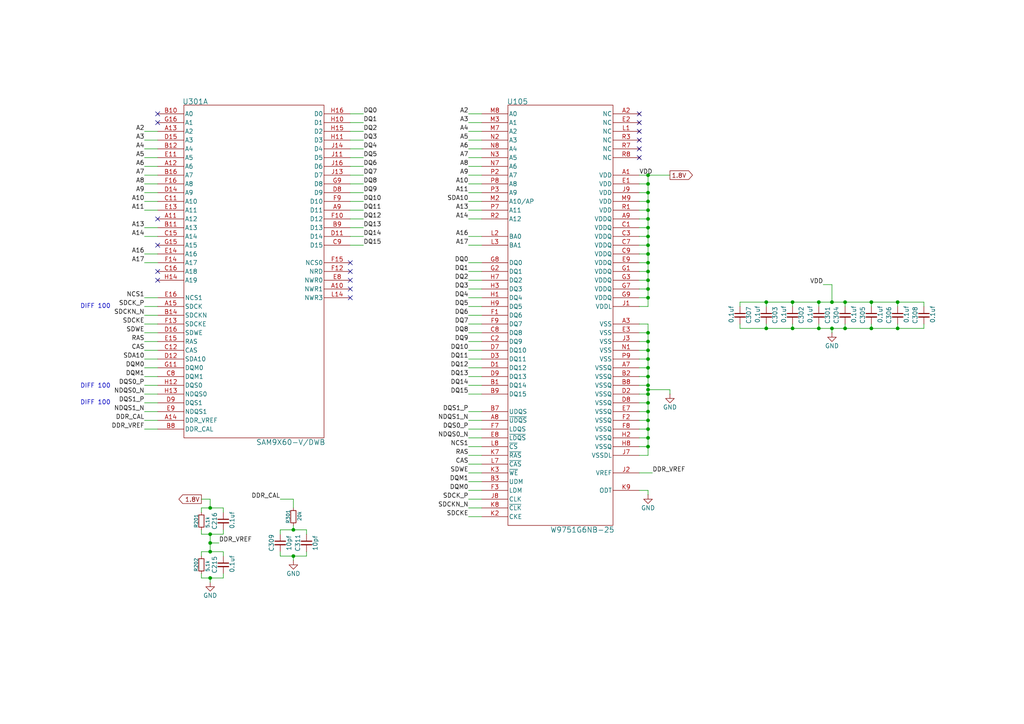
<source format=kicad_sch>
(kicad_sch (version 20250114) (generator "eeschema") (generator_version "9.0")
  (paper "A4")
  (lib_symbols
    (symbol "Device:C_Small" (pin_numbers (hide yes)) (pin_names (offset 0.254) (hide yes))
      (property "Reference" "C" (at 0.254 1.778 0))
      (property "Value" "C_Small" (at 0.254 -2.032 0))
      (symbol "C_Small_0_1"
        (polyline (pts (xy -1.524 0.508) (xy 1.524 0.508)) (stroke (width 0.3048)))
        (polyline (pts (xy -1.524 -0.508) (xy 1.524 -0.508)) (stroke (width 0.3302)))
      )
      (symbol "C_Small_1_1"
        (pin passive line (at 0 2.54 270) (length 2.032) (name "~") (number "1"))
        (pin passive line (at 0 -2.54 90) (length 2.032) (name "~") (number "2"))
      )
    )
    (symbol "Device:R_Small" (pin_numbers (hide yes)) (pin_names (offset 0.254) (hide yes))
      (property "Reference" "R" (at 0 0 90))
      (property "Value" "R_Small" (at 1.778 0 90))
      (symbol "R_Small_0_1"
        (rectangle (start -0.762 1.778) (end 0.762 -1.778) (stroke (width 0.2032)))
      )
      (symbol "R_Small_1_1"
        (pin passive line (at 0 2.54 270) (length 0.762) (name "~") (number "1"))
        (pin passive line (at 0 -2.54 90) (length 0.762) (name "~") (number "2"))
      )
    )
    (symbol "SAM9X60-VDWB:SAM9X60-V_DWB" (pin_names (offset 0.254))
      (property "Reference" "U" (at 8.128 8.636 0))
      (property "Value" "SAM9X60-V/DWB" (at 23.368 -113.03 0))
      (symbol "SAM9X60-V_DWB_1_1"
        (rectangle (start 7.62 7.62) (end 48.26 -88.9))
        (pin bidirectional line (at 0 5.08 0) (length 7.62) (name "A0") (number "B10"))
        (pin bidirectional line (at 0 2.54 0) (length 7.62) (name "A1") (number "G16"))
        (pin bidirectional line (at 0 0 0) (length 7.62) (name "A2") (number "A13"))
        (pin bidirectional line (at 0 -2.54 0) (length 7.62) (name "A3") (number "D15"))
        (pin bidirectional line (at 0 -5.08 0) (length 7.62) (name "A4") (number "B12"))
        (pin bidirectional line (at 0 -7.62 0) (length 7.62) (name "A5") (number "E11"))
        (pin bidirectional line (at 0 -10.16 0) (length 7.62) (name "A6") (number "A12"))
        (pin bidirectional line (at 0 -12.7 0) (length 7.62) (name "A7") (number "B16"))
        (pin bidirectional line (at 0 -15.24 0) (length 7.62) (name "A8") (number "F16"))
        (pin bidirectional line (at 0 -17.78 0) (length 7.62) (name "A9") (number "D14"))
        (pin bidirectional line (at 0 -20.32 0) (length 7.62) (name "A10") (number "C11"))
        (pin bidirectional line (at 0 -22.86 0) (length 7.62) (name "A11") (number "E13"))
        (pin bidirectional line (at 0 -25.4 0) (length 7.62) (name "A12") (number "A11"))
        (pin bidirectional line (at 0 -27.94 0) (length 7.62) (name "A13") (number "B11"))
        (pin bidirectional line (at 0 -30.48 0) (length 7.62) (name "A14") (number "C15"))
        (pin bidirectional line (at 0 -33.02 0) (length 7.62) (name "A15") (number "G15"))
        (pin bidirectional line (at 0 -35.56 0) (length 7.62) (name "A16") (number "E14"))
        (pin bidirectional line (at 0 -38.1 0) (length 7.62) (name "A17") (number "F14"))
        (pin unspecified line (at 0 -40.64 0) (length 7.62) (name "A18") (number "C16"))
        (pin bidirectional line (at 0 -43.18 0) (length 7.62) (name "A19") (number "H14"))
        (pin unspecified line (at 0 -48.26 0) (length 7.62) (name "NCS1") (number "E16"))
        (pin unspecified line (at 0 -50.8 0) (length 7.62) (name "SDCK") (number "A15"))
        (pin unspecified line (at 0 -53.34 0) (length 7.62) (name "SDCKN") (number "B14"))
        (pin unspecified line (at 0 -55.88 0) (length 7.62) (name "SDCKE") (number "F13"))
        (pin unspecified line (at 0 -58.42 0) (length 7.62) (name "SDWE") (number "D16"))
        (pin unspecified line (at 0 -60.96 0) (length 7.62) (name "RAS") (number "E15"))
        (pin bidirectional line (at 0 -63.5 0) (length 7.62) (name "CAS") (number "C12"))
        (pin bidirectional line (at 0 -66.04 0) (length 7.62) (name "SDA10") (number "D12"))
        (pin bidirectional line (at 0 -68.58 0) (length 7.62) (name "DQM0") (number "G11"))
        (pin bidirectional line (at 0 -71.12 0) (length 7.62) (name "DQM1") (number "C8"))
        (pin bidirectional line (at 0 -73.66 0) (length 7.62) (name "DQS0") (number "H12"))
        (pin bidirectional line (at 0 -76.2 0) (length 7.62) (name "NDQS0") (number "H13"))
        (pin bidirectional line (at 0 -78.74 0) (length 7.62) (name "DQS1") (number "D9"))
        (pin bidirectional line (at 0 -81.28 0) (length 7.62) (name "NDQS1") (number "E9"))
        (pin power_in line (at 0 -83.82 0) (length 7.62) (name "DDR_VREF") (number "A14"))
        (pin unspecified line (at 0 -86.36 0) (length 7.62) (name "DDR_CAL") (number "B8"))
        (pin bidirectional line (at 55.88 5.08 180) (length 7.62) (name "D0") (number "H16"))
        (pin bidirectional line (at 55.88 2.54 180) (length 7.62) (name "D1") (number "H10"))
        (pin bidirectional line (at 55.88 0 180) (length 7.62) (name "D2") (number "H15"))
        (pin bidirectional line (at 55.88 -2.54 180) (length 7.62) (name "D3") (number "H11"))
        (pin bidirectional line (at 55.88 -5.08 180) (length 7.62) (name "D4") (number "J14"))
        (pin bidirectional line (at 55.88 -7.62 180) (length 7.62) (name "D5") (number "J11"))
        (pin bidirectional line (at 55.88 -10.16 180) (length 7.62) (name "D6") (number "J16"))
        (pin bidirectional line (at 55.88 -12.7 180) (length 7.62) (name "D7") (number "J13"))
        (pin bidirectional line (at 55.88 -15.24 180) (length 7.62) (name "D8") (number "G9"))
        (pin unspecified line (at 55.88 -17.78 180) (length 7.62) (name "D9") (number "D8"))
        (pin bidirectional line (at 55.88 -20.32 180) (length 7.62) (name "D10") (number "F9"))
        (pin bidirectional line (at 55.88 -22.86 180) (length 7.62) (name "D11") (number "A9"))
        (pin bidirectional line (at 55.88 -25.4 180) (length 7.62) (name "D12") (number "F10"))
        (pin bidirectional line (at 55.88 -27.94 180) (length 7.62) (name "D13") (number "B9"))
        (pin bidirectional line (at 55.88 -30.48 180) (length 7.62) (name "D14") (number "D11"))
        (pin bidirectional line (at 55.88 -33.02 180) (length 7.62) (name "D15") (number "C9"))
        (pin unspecified line (at 55.88 -38.1 180) (length 7.62) (name "NCS0") (number "F15"))
        (pin unspecified line (at 55.88 -40.64 180) (length 7.62) (name "NRD") (number "F12"))
        (pin bidirectional line (at 55.88 -43.18 180) (length 7.62) (name "NWR0") (number "E8"))
        (pin bidirectional line (at 55.88 -45.72 180) (length 7.62) (name "NWR1") (number "A10"))
        (pin bidirectional line (at 55.88 -48.26 180) (length 7.62) (name "NWR3") (number "L14"))
      )
      (symbol "SAM9X60-V_DWB_2_1"
        (polyline (pts (xy 7.62 5.08) (xy 7.62 -78.74)) (stroke (width 0.127)))
        (polyline (pts (xy 7.62 -78.74) (xy 33.02 -78.74)) (stroke (width 0.127)))
        (polyline (pts (xy 33.02 5.08) (xy 7.62 5.08)) (stroke (width 0.127)))
        (polyline (pts (xy 33.02 -78.74) (xy 33.02 5.08)) (stroke (width 0.127)))
        (pin bidirectional line (at 0 0 0) (length 7.62) (name "PA16") (number "F7"))
        (pin bidirectional line (at 0 -2.54 0) (length 7.62) (name "PA16") (number "K2"))
        (pin bidirectional line (at 0 -7.62 0) (length 7.62) (name "PB0") (number "F4"))
        (pin bidirectional line (at 0 -10.16 0) (length 7.62) (name "PB1") (number "C1"))
        (pin bidirectional line (at 0 -12.7 0) (length 7.62) (name "PB2") (number "D3"))
        (pin bidirectional line (at 0 -15.24 0) (length 7.62) (name "PB3") (number "D1"))
        (pin bidirectional line (at 0 -17.78 0) (length 7.62) (name "PB4") (number "E3"))
        (pin bidirectional line (at 0 -20.32 0) (length 7.62) (name "PB5") (number "E1"))
        (pin bidirectional line (at 0 -22.86 0) (length 7.62) (name "PB6") (number "D2"))
        (pin bidirectional line (at 0 -25.4 0) (length 7.62) (name "PB7") (number "A5"))
        (pin bidirectional line (at 0 -27.94 0) (length 7.62) (name "PB8") (number "E6"))
        (pin bidirectional line (at 0 -30.48 0) (length 7.62) (name "PB9") (number "A2"))
        (pin bidirectional line (at 0 -33.02 0) (length 7.62) (name "PB10") (number "A3"))
        (pin bidirectional line (at 0 -35.56 0) (length 7.62) (name "PB11") (number "D6"))
        (pin bidirectional line (at 0 -38.1 0) (length 7.62) (name "PB12") (number "C2"))
        (pin bidirectional line (at 0 -40.64 0) (length 7.62) (name "PB13") (number "A4"))
        (pin bidirectional line (at 0 -43.18 0) (length 7.62) (name "PB14") (number "F2"))
        (pin bidirectional line (at 0 -45.72 0) (length 7.62) (name "PB15") (number "B5"))
        (pin bidirectional line (at 0 -48.26 0) (length 7.62) (name "PB16") (number "B3"))
        (pin bidirectional line (at 0 -50.8 0) (length 7.62) (name "PB17") (number "B1"))
        (pin bidirectional line (at 0 -53.34 0) (length 7.62) (name "PB18") (number "E4"))
        (pin bidirectional line (at 0 -55.88 0) (length 7.62) (name "PB19") (number "C6"))
        (pin bidirectional line (at 0 -58.42 0) (length 7.62) (name "PB20") (number "A6"))
        (pin bidirectional line (at 0 -60.96 0) (length 7.62) (name "PB21") (number "A7"))
        (pin bidirectional line (at 0 -63.5 0) (length 7.62) (name "PB22") (number "B7"))
        (pin bidirectional line (at 0 -66.04 0) (length 7.62) (name "PB23") (number "B6"))
        (pin bidirectional line (at 0 -68.58 0) (length 7.62) (name "PB24") (number "A8"))
        (pin bidirectional line (at 0 -71.12 0) (length 7.62) (name "PB25") (number "E2"))
        (pin bidirectional line (at 40.64 0 180) (length 7.62) (name "PA0") (number "P2"))
        (pin bidirectional line (at 40.64 -2.54 180) (length 7.62) (name "PA1") (number "M3"))
        (pin bidirectional line (at 40.64 -5.08 180) (length 7.62) (name "PA2") (number "P1"))
        (pin bidirectional line (at 40.64 -7.62 180) (length 7.62) (name "PA3") (number "L3"))
        (pin bidirectional line (at 40.64 -10.16 180) (length 7.62) (name "PA4") (number "N1"))
        (pin bidirectional line (at 40.64 -12.7 180) (length 7.62) (name "PA5") (number "L4"))
        (pin bidirectional line (at 40.64 -15.24 180) (length 7.62) (name "PA6") (number "M2"))
        (pin bidirectional line (at 40.64 -17.78 180) (length 7.62) (name "PA7") (number "K6"))
        (pin bidirectional line (at 40.64 -20.32 180) (length 7.62) (name "PA8") (number "M1"))
        (pin bidirectional line (at 40.64 -22.86 180) (length 7.62) (name "PA9") (number "G8"))
        (pin bidirectional line (at 40.64 -25.4 180) (length 7.62) (name "PA10") (number "L2"))
        (pin bidirectional line (at 40.64 -27.94 180) (length 7.62) (name "PA11") (number "H7"))
        (pin bidirectional line (at 40.64 -30.48 180) (length 7.62) (name "PA12") (number "L1"))
        (pin bidirectional line (at 40.64 -33.02 180) (length 7.62) (name "PA13") (number "J6"))
        (pin bidirectional line (at 40.64 -35.56 180) (length 7.62) (name "PA14") (number "K1"))
        (pin bidirectional line (at 40.64 -38.1 180) (length 7.62) (name "PA15") (number "H6"))
        (pin bidirectional line (at 40.64 -40.64 180) (length 7.62) (name "PA17") (number "J3"))
        (pin bidirectional line (at 40.64 -43.18 180) (length 7.62) (name "PA18") (number "J1"))
        (pin bidirectional line (at 40.64 -45.72 180) (length 7.62) (name "PA19") (number "J5"))
        (pin bidirectional line (at 40.64 -48.26 180) (length 7.62) (name "PA20") (number "J2"))
        (pin bidirectional line (at 40.64 -50.8 180) (length 7.62) (name "PA21") (number "G6"))
        (pin bidirectional line (at 40.64 -53.34 180) (length 7.62) (name "PA22") (number "G1"))
        (pin bidirectional line (at 40.64 -55.88 180) (length 7.62) (name "PA23") (number "J4"))
        (pin bidirectional line (at 40.64 -58.42 180) (length 7.62) (name "PA24") (number "F8"))
        (pin bidirectional line (at 40.64 -60.96 180) (length 7.62) (name "PA25") (number "H1"))
        (pin bidirectional line (at 40.64 -63.5 180) (length 7.62) (name "PA27") (number "H2"))
        (pin bidirectional line (at 40.64 -66.04 180) (length 7.62) (name "PA28") (number "F1"))
        (pin bidirectional line (at 40.64 -68.58 180) (length 7.62) (name "PA29") (number "H3"))
        (pin bidirectional line (at 40.64 -71.12 180) (length 7.62) (name "PA30") (number "G2"))
        (pin bidirectional line (at 40.64 -73.66 180) (length 7.62) (name "PA31") (number "H4"))
      )
      (symbol "SAM9X60-V_DWB_3_1"
        (polyline (pts (xy 7.62 5.08) (xy 7.62 -99.06)) (stroke (width 0.127)))
        (polyline (pts (xy 7.62 -99.06) (xy 33.02 -99.06)) (stroke (width 0.127)))
        (polyline (pts (xy 33.02 5.08) (xy 7.62 5.08)) (stroke (width 0.127)))
        (polyline (pts (xy 33.02 -99.06) (xy 33.02 5.08)) (stroke (width 0.127)))
        (pin bidirectional line (at 0 0 0) (length 7.62) (name "PD0") (number "R14"))
        (pin bidirectional line (at 0 -2.54 0) (length 7.62) (name "PD1") (number "T15"))
        (pin bidirectional line (at 0 -5.08 0) (length 7.62) (name "PD2") (number "P15"))
        (pin bidirectional line (at 0 -7.62 0) (length 7.62) (name "PD3") (number "N14"))
        (pin bidirectional line (at 0 -10.16 0) (length 7.62) (name "PD4") (number "R16"))
        (pin bidirectional line (at 0 -12.7 0) (length 7.62) (name "PD5") (number "N11"))
        (pin bidirectional line (at 0 -15.24 0) (length 7.62) (name "PD6") (number "K16"))
        (pin bidirectional line (at 0 -17.78 0) (length 7.62) (name "PD7") (number "J12"))
        (pin bidirectional line (at 0 -20.32 0) (length 7.62) (name "PD8") (number "K15"))
        (pin bidirectional line (at 0 -22.86 0) (length 7.62) (name "PD9") (number "J10"))
        (pin bidirectional line (at 0 -25.4 0) (length 7.62) (name "PD10") (number "L16"))
        (pin bidirectional line (at 0 -27.94 0) (length 7.62) (name "PD11") (number "K11"))
        (pin bidirectional line (at 0 -30.48 0) (length 7.62) (name "PD12") (number "L15"))
        (pin bidirectional line (at 0 -33.02 0) (length 7.62) (name "PD13") (number "J15"))
        (pin bidirectional line (at 0 -35.56 0) (length 7.62) (name "PD14") (number "L12"))
        (pin bidirectional line (at 0 -38.1 0) (length 7.62) (name "PD15") (number "M16"))
        (pin bidirectional line (at 0 -40.64 0) (length 7.62) (name "PD16") (number "M14"))
        (pin bidirectional line (at 0 -43.18 0) (length 7.62) (name "PD17") (number "N16"))
        (pin bidirectional line (at 0 -45.72 0) (length 7.62) (name "PD18") (number "L13"))
        (pin bidirectional line (at 0 -48.26 0) (length 7.62) (name "PD19") (number "P16"))
        (pin bidirectional line (at 0 -50.8 0) (length 7.62) (name "PD20") (number "M11"))
        (pin bidirectional line (at 0 -53.34 0) (length 7.62) (name "PD21") (number "M15"))
        (pin unspecified line (at 0 -55.88 0) (length 7.62) (name "RTCK") (number "T2"))
        (pin unspecified line (at 0 -58.42 0) (length 7.62) (name "RTUNE") (number "P11"))
        (pin unspecified line (at 0 -60.96 0) (length 7.62) (name "HSDPA") (number "T12"))
        (pin unspecified line (at 0 -63.5 0) (length 7.62) (name "HSDPB") (number "T13"))
        (pin unspecified line (at 0 -66.04 0) (length 7.62) (name "HSDPC") (number "P12"))
        (pin unspecified line (at 0 -68.58 0) (length 7.62) (name "JTAGSEL") (number "P9"))
        (pin power_out line (at 0 -71.12 0) (length 7.62) (name "TST") (number "J9"))
        (pin unspecified line (at 0 -73.66 0) (length 7.62) (name "SHDN") (number "R11"))
        (pin unspecified line (at 0 -76.2 0) (length 7.62) (name "TCK") (number "R3"))
        (pin unspecified line (at 0 -78.74 0) (length 7.62) (name "TDI") (number "F3"))
        (pin unspecified line (at 0 -81.28 0) (length 7.62) (name "TDO") (number "H5"))
        (pin unspecified line (at 0 -83.82 0) (length 7.62) (name "TMS") (number "F5"))
        (pin unspecified line (at 0 -86.36 0) (length 7.62) (name "WKUP0") (number "T11"))
        (pin input line (at 0 -88.9 0) (length 7.62) (name "XIN32") (number "T9"))
        (pin output line (at 0 -91.44 0) (length 7.62) (name "XOUT32") (number "R9"))
        (pin bidirectional line (at 40.64 0 180) (length 7.62) (name "PC0") (number "M4"))
        (pin bidirectional line (at 40.64 -2.54 180) (length 7.62) (name "PC1") (number "P4"))
        (pin bidirectional line (at 40.64 -5.08 180) (length 7.62) (name "PC2") (number "N5"))
        (pin bidirectional line (at 40.64 -7.62 180) (length 7.62) (name "PC3") (number "P5"))
        (pin bidirectional line (at 40.64 -10.16 180) (length 7.62) (name "PC4") (number "L5"))
        (pin bidirectional line (at 40.64 -12.7 180) (length 7.62) (name "PC5") (number "R4"))
        (pin bidirectional line (at 40.64 -15.24 180) (length 7.62) (name "PC6") (number "M6"))
        (pin bidirectional line (at 40.64 -17.78 180) (length 7.62) (name "PC7") (number "T3"))
        (pin bidirectional line (at 40.64 -20.32 180) (length 7.62) (name "PC8") (number "N8"))
        (pin bidirectional line (at 40.64 -22.86 180) (length 7.62) (name "PC9") (number "T4"))
        (pin bidirectional line (at 40.64 -25.4 180) (length 7.62) (name "PC10") (number "P6"))
        (pin bidirectional line (at 40.64 -27.94 180) (length 7.62) (name "PC11") (number "N6"))
        (pin bidirectional line (at 40.64 -30.48 180) (length 7.62) (name "PC12") (number "R5"))
        (pin bidirectional line (at 40.64 -33.02 180) (length 7.62) (name "PC13") (number "L7"))
        (pin bidirectional line (at 40.64 -35.56 180) (length 7.62) (name "PC14") (number "T5"))
        (pin bidirectional line (at 40.64 -38.1 180) (length 7.62) (name "PC15") (number "J7"))
        (pin bidirectional line (at 40.64 -40.64 180) (length 7.62) (name "PC16") (number "R6"))
        (pin bidirectional line (at 40.64 -43.18 180) (length 7.62) (name "PC17") (number "K8"))
        (pin bidirectional line (at 40.64 -45.72 180) (length 7.62) (name "PC18") (number "T6"))
        (pin bidirectional line (at 40.64 -48.26 180) (length 7.62) (name "PC19") (number "L8"))
        (pin bidirectional line (at 40.64 -50.8 180) (length 7.62) (name "PC20") (number "P8"))
        (pin bidirectional line (at 40.64 -53.34 180) (length 7.62) (name "PC21") (number "M8"))
        (pin bidirectional line (at 40.64 -55.88 180) (length 7.62) (name "PC22") (number "R7"))
        (pin bidirectional line (at 40.64 -58.42 180) (length 7.62) (name "PC23") (number "K9"))
        (pin bidirectional line (at 40.64 -60.96 180) (length 7.62) (name "PC24") (number "R8"))
        (pin bidirectional line (at 40.64 -63.5 180) (length 7.62) (name "PC25") (number "L9"))
        (pin bidirectional line (at 40.64 -66.04 180) (length 7.62) (name "PC26") (number "T8"))
        (pin bidirectional line (at 40.64 -68.58 180) (length 7.62) (name "PC27") (number "M9"))
        (pin bidirectional line (at 40.64 -71.12 180) (length 7.62) (name "PC28") (number "N9"))
        (pin bidirectional line (at 40.64 -73.66 180) (length 7.62) (name "PC29") (number "L10"))
        (pin bidirectional line (at 40.64 -76.2 180) (length 7.62) (name "PC30") (number "T7"))
        (pin bidirectional line (at 40.64 -78.74 180) (length 7.62) (name "PC31") (number "M13"))
        (pin unspecified line (at 40.64 -81.28 180) (length 7.62) (name "NRST") (number "R1"))
        (pin unspecified line (at 40.64 -83.82 180) (length 7.62) (name "HSDMA") (number "R12"))
        (pin unspecified line (at 40.64 -86.36 180) (length 7.62) (name "HSDMB") (number "T14"))
        (pin unspecified line (at 40.64 -88.9 180) (length 7.62) (name "HSDMC") (number "N12"))
        (pin output line (at 40.64 -91.44 180) (length 7.62) (name "XOUT") (number "T10"))
        (pin unspecified line (at 40.64 -93.98 180) (length 7.62) (name "XIN") (number "R10"))
      )
      (symbol "SAM9X60-V_DWB_4_1"
        (rectangle (start 7.62 5.08) (end 33.02 -111.76))
        (pin power_in line (at 0 0 0) (length 7.62) (name "VDDCORE") (number "F6"))
        (pin power_in line (at 0 -2.54 0) (length 7.62) (name "VDDCORE") (number "L6"))
        (pin power_in line (at 0 -5.08 0) (length 7.62) (name "VDDCORE") (number "F11"))
        (pin power_in line (at 0 -10.16 0) (length 7.62) (name "VDDIOM") (number "C10"))
        (pin bidirectional line (at 0 -12.7 0) (length 7.62) (name "VDDIOM") (number "C13"))
        (pin power_in line (at 0 -15.24 0) (length 7.62) (name "VDDIOM") (number "G14"))
        (pin power_in line (at 0 -20.32 0) (length 7.62) (name "VDDIOP0") (number "G3"))
        (pin power_in line (at 0 -22.86 0) (length 7.62) (name "VDDIOP0") (number "K3"))
        (pin power_in line (at 0 -25.4 0) (length 7.62) (name "VDDIOP1") (number "N3"))
        (pin power_in line (at 0 -27.94 0) (length 7.62) (name "VDDNF") (number "K14"))
        (pin power_in line (at 0 -30.48 0) (length 7.62) (name "VDDQSPI") (number "C7"))
        (pin power_in line (at 0 -33.02 0) (length 7.62) (name "VDDBU") (number "P7"))
        (pin power_in line (at 0 -38.1 0) (length 7.62) (name "VDDANA") (number "C4"))
        (pin power_in line (at 0 -40.64 0) (length 7.62) (name "ADVREFP") (number "D5"))
        (pin power_in line (at 0 -43.18 0) (length 7.62) (name "ADVREFN") (number "C5"))
        (pin power_out line (at 0 -45.72 0) (length 7.62) (name "GNDANA") (number "B4"))
        (pin input line (at 0 -50.8 0) (length 7.62) (name "VDDIN33") (number "L11"))
        (pin input line (at 0 -53.34 0) (length 7.62) (name "VDDIN33") (number "P13"))
        (pin input line (at 0 -55.88 0) (length 7.62) (name "GNDIN33") (number "M10"))
        (pin input line (at 0 -58.42 0) (length 7.62) (name "GNDIN33") (number "R13"))
        (pin output line (at 0 -63.5 0) (length 7.62) (name "VDDOUT25") (number "P10"))
        (pin power_out line (at 0 -68.58 0) (length 7.62) (name "GND") (number "A1"))
        (pin power_out line (at 0 -71.12 0) (length 7.62) (name "GND") (number "T1"))
        (pin power_out line (at 0 -73.66 0) (length 7.62) (name "GND") (number "N2"))
        (pin power_out line (at 0 -76.2 0) (length 7.62) (name "GND") (number "G5"))
        (pin power_out line (at 0 -78.74 0) (length 7.62) (name "GND") (number "K5"))
        (pin power_out line (at 0 -81.28 0) (length 7.62) (name "GND") (number "E7"))
        (pin power_out line (at 0 -83.82 0) (length 7.62) (name "GND") (number "M7"))
        (pin power_out line (at 0 -86.36 0) (length 7.62) (name "GND") (number "H8"))
        (pin power_out line (at 0 -88.9 0) (length 7.62) (name "GND") (number "J8"))
        (pin power_out line (at 0 -91.44 0) (length 7.62) (name "GND") (number "H9"))
        (pin power_out line (at 0 -93.98 0) (length 7.62) (name "GND") (number "E10"))
        (pin power_out line (at 0 -96.52 0) (length 7.62) (name "GND") (number "G12"))
        (pin power_out line (at 0 -99.06 0) (length 7.62) (name "GND") (number "K12"))
        (pin power_out line (at 0 -101.6 0) (length 7.62) (name "GND") (number "B13"))
        (pin power_out line (at 0 -104.14 0) (length 7.62) (name "GND") (number "N15"))
        (pin power_out line (at 0 -106.68 0) (length 7.62) (name "GND") (number "A16"))
        (pin power_out line (at 0 -109.22 0) (length 7.62) (name "GND") (number "T16"))
      )
    )
    (symbol "W9751G6NB-25:W9751G6NB-25" (pin_names (offset 0.254))
      (property "Reference" "U" (at 8.128 6.096 0))
      (property "Value" "W9751G6NB-25" (at 29.21 -118.364 0))
      (symbol "W9751G6NB-25_0_1"
        (pin bidirectional line (at 0 2.54 0) (length 7.62) (name "A0") (number "M8"))
        (pin bidirectional line (at 0 0 0) (length 7.62) (name "A1") (number "M3"))
        (pin bidirectional line (at 0 -2.54 0) (length 7.62) (name "A2") (number "M7"))
        (pin bidirectional line (at 0 -5.08 0) (length 7.62) (name "A3") (number "N2"))
        (pin bidirectional line (at 0 -7.62 0) (length 7.62) (name "A4") (number "N8"))
        (pin bidirectional line (at 0 -10.16 0) (length 7.62) (name "A5") (number "N3"))
        (pin bidirectional line (at 0 -12.7 0) (length 7.62) (name "A6") (number "N7"))
        (pin bidirectional line (at 0 -15.24 0) (length 7.62) (name "A7") (number "P2"))
        (pin bidirectional line (at 0 -17.78 0) (length 7.62) (name "A8") (number "P8"))
        (pin bidirectional line (at 0 -20.32 0) (length 7.62) (name "A9") (number "P3"))
        (pin bidirectional line (at 0 -22.86 0) (length 7.62) (name "A10/AP") (number "M2"))
        (pin bidirectional line (at 0 -25.4 0) (length 7.62) (name "A11") (number "P7"))
        (pin bidirectional line (at 0 -27.94 0) (length 7.62) (name "A12") (number "R2"))
        (pin bidirectional line (at 0 -33.02 0) (length 7.62) (name "BA0") (number "L2"))
        (pin bidirectional line (at 0 -35.56 0) (length 7.62) (name "BA1") (number "L3"))
        (pin bidirectional line (at 0 -40.64 0) (length 7.62) (name "DQ0") (number "G8"))
        (pin bidirectional line (at 0 -43.18 0) (length 7.62) (name "DQ1") (number "G2"))
        (pin bidirectional line (at 0 -45.72 0) (length 7.62) (name "DQ2") (number "H7"))
        (pin bidirectional line (at 0 -48.26 0) (length 7.62) (name "DQ3") (number "H3"))
        (pin bidirectional line (at 0 -50.8 0) (length 7.62) (name "DQ4") (number "H1"))
        (pin bidirectional line (at 0 -53.34 0) (length 7.62) (name "DQ5") (number "H9"))
        (pin bidirectional line (at 0 -55.88 0) (length 7.62) (name "DQ6") (number "F1"))
        (pin bidirectional line (at 0 -58.42 0) (length 7.62) (name "DQ7") (number "F9"))
        (pin bidirectional line (at 0 -60.96 0) (length 7.62) (name "DQ8") (number "C8"))
        (pin bidirectional line (at 0 -63.5 0) (length 7.62) (name "DQ9") (number "C2"))
        (pin bidirectional line (at 0 -66.04 0) (length 7.62) (name "DQ10") (number "D7"))
        (pin bidirectional line (at 0 -68.58 0) (length 7.62) (name "DQ11") (number "D3"))
        (pin bidirectional line (at 0 -71.12 0) (length 7.62) (name "DQ12") (number "D1"))
        (pin bidirectional line (at 0 -73.66 0) (length 7.62) (name "DQ13") (number "D9"))
        (pin bidirectional line (at 0 -76.2 0) (length 7.62) (name "DQ14") (number "B1"))
        (pin bidirectional line (at 0 -78.74 0) (length 7.62) (name "DQ15") (number "B9"))
        (pin unspecified line (at 0 -83.82 0) (length 7.62) (name "UDQS") (number "B7"))
        (pin unspecified line (at 0 -88.9 0) (length 7.62) (name "LDQS") (number "F7"))
        (pin unspecified line (at 0 -104.14 0) (length 7.62) (name "UDM") (number "B3"))
        (pin unspecified line (at 0 -106.68 0) (length 7.62) (name "LDM") (number "F3"))
        (pin unspecified line (at 0 -114.3 0) (length 7.62) (name "CKE") (number "K2"))
        (pin no_connect line (at 45.72 2.54 180) (length 7.62) (name "NC") (number "A2"))
        (pin no_connect line (at 45.72 0 180) (length 7.62) (name "NC") (number "E2"))
        (pin no_connect line (at 45.72 -2.54 180) (length 7.62) (name "NC") (number "L1"))
        (pin no_connect line (at 45.72 -5.08 180) (length 7.62) (name "NC") (number "R3"))
        (pin no_connect line (at 45.72 -7.62 180) (length 7.62) (name "NC") (number "R7"))
        (pin no_connect line (at 45.72 -10.16 180) (length 7.62) (name "NC") (number "R8"))
        (pin power_in line (at 45.72 -15.24 180) (length 7.62) (name "VDD") (number "A1"))
        (pin power_in line (at 45.72 -17.78 180) (length 7.62) (name "VDD") (number "E1"))
        (pin power_in line (at 45.72 -20.32 180) (length 7.62) (name "VDD") (number "J9"))
        (pin power_in line (at 45.72 -22.86 180) (length 7.62) (name "VDD") (number "M9"))
        (pin power_in line (at 45.72 -25.4 180) (length 7.62) (name "VDD") (number "R1"))
        (pin power_in line (at 45.72 -27.94 180) (length 7.62) (name "VDDQ") (number "A9"))
        (pin power_in line (at 45.72 -30.48 180) (length 7.62) (name "VDDQ") (number "C1"))
        (pin power_in line (at 45.72 -33.02 180) (length 7.62) (name "VDDQ") (number "C3"))
        (pin power_in line (at 45.72 -35.56 180) (length 7.62) (name "VDDQ") (number "C7"))
        (pin power_in line (at 45.72 -38.1 180) (length 7.62) (name "VDDQ") (number "C9"))
        (pin power_in line (at 45.72 -40.64 180) (length 7.62) (name "VDDQ") (number "E9"))
        (pin power_in line (at 45.72 -43.18 180) (length 7.62) (name "VDDQ") (number "G1"))
        (pin power_in line (at 45.72 -45.72 180) (length 7.62) (name "VDDQ") (number "G3"))
        (pin power_in line (at 45.72 -48.26 180) (length 7.62) (name "VDDQ") (number "G7"))
        (pin power_in line (at 45.72 -50.8 180) (length 7.62) (name "VDDQ") (number "G9"))
        (pin power_in line (at 45.72 -53.34 180) (length 7.62) (name "VDDL") (number "J1"))
        (pin power_out line (at 45.72 -58.42 180) (length 7.62) (name "VSS") (number "A3"))
        (pin power_out line (at 45.72 -60.96 180) (length 7.62) (name "VSS") (number "E3"))
        (pin power_out line (at 45.72 -63.5 180) (length 7.62) (name "VSS") (number "J3"))
        (pin power_out line (at 45.72 -66.04 180) (length 7.62) (name "VSS") (number "N1"))
        (pin power_out line (at 45.72 -68.58 180) (length 7.62) (name "VSS") (number "P9"))
        (pin power_out line (at 45.72 -71.12 180) (length 7.62) (name "VSSQ") (number "A7"))
        (pin power_out line (at 45.72 -73.66 180) (length 7.62) (name "VSSQ") (number "B2"))
        (pin power_out line (at 45.72 -76.2 180) (length 7.62) (name "VSSQ") (number "B8"))
        (pin power_out line (at 45.72 -78.74 180) (length 7.62) (name "VSSQ") (number "D2"))
        (pin power_out line (at 45.72 -81.28 180) (length 7.62) (name "VSSQ") (number "D8"))
        (pin power_out line (at 45.72 -83.82 180) (length 7.62) (name "VSSQ") (number "E7"))
        (pin power_out line (at 45.72 -86.36 180) (length 7.62) (name "VSSQ") (number "F2"))
        (pin power_out line (at 45.72 -88.9 180) (length 7.62) (name "VSSQ") (number "F8"))
        (pin power_out line (at 45.72 -91.44 180) (length 7.62) (name "VSSQ") (number "H2"))
        (pin power_out line (at 45.72 -93.98 180) (length 7.62) (name "VSSQ") (number "H8"))
        (pin power_out line (at 45.72 -96.52 180) (length 7.62) (name "VSSDL") (number "J7"))
        (pin power_in line (at 45.72 -101.6 180) (length 7.62) (name "VREF") (number "J2"))
        (pin unspecified line (at 45.72 -106.68 180) (length 7.62) (name "ODT") (number "K9"))
      )
      (symbol "W9751G6NB-25_1_1"
        (rectangle (start 7.62 5.08) (end 38.1 -116.84))
        (pin unspecified line (at 0 -86.36 0) (length 7.62) (name "~{UDQS}") (number "A8"))
        (pin unspecified line (at 0 -91.44 0) (length 7.62) (name "~{LDQS}") (number "E8"))
        (pin unspecified line (at 0 -93.98 0) (length 7.62) (name "~{CS}") (number "L8"))
        (pin unspecified line (at 0 -96.52 0) (length 7.62) (name "~{RAS}") (number "K7"))
        (pin unspecified line (at 0 -99.06 0) (length 7.62) (name "~{CAS}") (number "L7"))
        (pin unspecified line (at 0 -101.6 0) (length 7.62) (name "~{WE}") (number "K3"))
        (pin unspecified line (at 0 -109.22 0) (length 7.62) (name "CLK") (number "J8"))
        (pin unspecified line (at 0 -111.76 0) (length 7.62) (name "~{CLK}") (number "K8"))
      )
    )
    (symbol "power:GND" (power) (pin_numbers (hide yes)) (pin_names (offset 0) (hide yes))
      (property "Value" "GND" (at 0 -3.81 0))
      (symbol "GND_0_1"
        (polyline (pts (xy 0 0) (xy 0 -1.27) (xy 1.27 -1.27) (xy 0 -2.54) (xy -1.27 -1.27) (xy 0 -1.27)))
      )
      (symbol "GND_1_1"
        (pin power_in line (at 0 0 270) (length 0) (name "~") (number "1"))
      )
    )
  )
  (text "DIFF 100" (at 27.686 112.014 0) (effects (font (size 1.27 1.27))))
  (text "DIFF 100" (at 27.686 116.84 0) (effects (font (size 1.27 1.27))))
  (text "DIFF 100" (at 27.686 88.9 0) (effects (font (size 1.27 1.27))))
  (junction (at 222.25 95.25))
  (junction (at 187.96 121.92))
  (junction (at 187.96 104.14))
  (junction (at 187.96 71.12))
  (junction (at 187.96 78.74))
  (junction (at 229.87 87.63))
  (junction (at 187.96 58.42))
  (junction (at 187.96 73.66))
  (junction (at 187.96 114.3))
  (junction (at 60.96 160.02))
  (junction (at 252.73 95.25))
  (junction (at 187.96 106.68))
  (junction (at 60.96 157.48))
  (junction (at 60.96 167.64))
  (junction (at 60.96 154.94))
  (junction (at 187.96 99.06))
  (junction (at 187.96 63.5))
  (junction (at 187.96 113.03))
  (junction (at 187.96 96.52))
  (junction (at 241.3 95.25))
  (junction (at 187.96 109.22))
  (junction (at 187.96 50.8))
  (junction (at 187.96 116.84))
  (junction (at 229.87 95.25))
  (junction (at 85.09 161.29))
  (junction (at 187.96 55.88))
  (junction (at 187.96 53.34))
  (junction (at 187.96 101.6))
  (junction (at 187.96 66.04))
  (junction (at 237.49 95.25))
  (junction (at 187.96 60.96))
  (junction (at 187.96 119.38))
  (junction (at 187.96 81.28))
  (junction (at 260.35 87.63))
  (junction (at 85.09 153.67))
  (junction (at 187.96 124.46))
  (junction (at 187.96 68.58))
  (junction (at 222.25 87.63))
  (junction (at 60.96 147.32))
  (junction (at 187.96 129.54))
  (junction (at 260.35 95.25))
  (junction (at 241.3 87.63))
  (junction (at 187.96 127))
  (junction (at 187.96 86.36))
  (junction (at 187.96 76.2))
  (junction (at 245.11 95.25))
  (junction (at 245.11 87.63))
  (junction (at 237.49 87.63))
  (junction (at 252.73 87.63))
  (junction (at 187.96 83.82))
  (junction (at 187.96 111.76))
  (no_connect (at 45.72 63.5))
  (no_connect (at 101.6 86.36))
  (no_connect (at 101.6 76.2))
  (no_connect (at 45.72 35.56))
  (no_connect (at 185.42 33.02))
  (no_connect (at 45.72 33.02))
  (no_connect (at 185.42 43.18))
  (no_connect (at 45.72 78.74))
  (no_connect (at 45.72 71.12))
  (no_connect (at 45.72 81.28))
  (no_connect (at 185.42 40.64))
  (no_connect (at 101.6 83.82))
  (no_connect (at 185.42 35.56))
  (no_connect (at 185.42 45.72))
  (no_connect (at 101.6 78.74))
  (no_connect (at 185.42 38.1))
  (no_connect (at 101.6 81.28))
  (wire (pts (xy 135.89 35.56) (xy 139.7 35.56)))
  (wire (pts (xy 41.91 48.26) (xy 45.72 48.26)))
  (wire (pts (xy 185.42 63.5) (xy 187.96 63.5)))
  (wire (pts (xy 237.49 95.25) (xy 229.87 95.25)))
  (wire (pts (xy 185.42 119.38) (xy 187.96 119.38)))
  (wire (pts (xy 222.25 95.25) (xy 222.25 93.98)))
  (wire (pts (xy 241.3 95.25) (xy 237.49 95.25)))
  (wire (pts (xy 187.96 109.22) (xy 187.96 111.76)))
  (wire (pts (xy 135.89 129.54) (xy 139.7 129.54)))
  (wire (pts (xy 187.96 143.51) (xy 187.96 142.24)))
  (wire (pts (xy 64.77 167.64) (xy 64.77 166.37)))
  (wire (pts (xy 252.73 87.63) (xy 260.35 87.63)))
  (wire (pts (xy 135.89 149.86) (xy 139.7 149.86)))
  (wire (pts (xy 41.91 88.9) (xy 45.72 88.9)))
  (wire (pts (xy 64.77 154.94) (xy 64.77 153.67)))
  (wire (pts (xy 187.96 124.46) (xy 187.96 127)))
  (wire (pts (xy 237.49 95.25) (xy 237.49 93.98)))
  (wire (pts (xy 185.42 93.98) (xy 187.96 93.98)))
  (wire (pts (xy 245.11 95.25) (xy 245.11 93.98)))
  (wire (pts (xy 187.96 53.34) (xy 187.96 55.88)))
  (wire (pts (xy 185.42 106.68) (xy 187.96 106.68)))
  (wire (pts (xy 88.9 153.67) (xy 88.9 154.94)))
  (wire (pts (xy 135.89 132.08) (xy 139.7 132.08)))
  (wire (pts (xy 135.89 137.16) (xy 139.7 137.16)))
  (wire (pts (xy 241.3 95.25) (xy 245.11 95.25)))
  (wire (pts (xy 245.11 87.63) (xy 245.11 88.9)))
  (wire (pts (xy 64.77 147.32) (xy 64.77 148.59)))
  (wire (pts (xy 41.91 58.42) (xy 45.72 58.42)))
  (wire (pts (xy 185.42 109.22) (xy 187.96 109.22)))
  (wire (pts (xy 185.42 132.08) (xy 187.96 132.08)))
  (wire (pts (xy 185.42 71.12) (xy 187.96 71.12)))
  (wire (pts (xy 252.73 95.25) (xy 260.35 95.25)))
  (wire (pts (xy 185.42 121.92) (xy 187.96 121.92)))
  (wire (pts (xy 58.42 166.37) (xy 58.42 167.64)))
  (wire (pts (xy 135.89 119.38) (xy 139.7 119.38)))
  (wire (pts (xy 185.42 50.8) (xy 187.96 50.8)))
  (wire (pts (xy 185.42 124.46) (xy 187.96 124.46)))
  (wire (pts (xy 60.96 167.64) (xy 64.77 167.64)))
  (wire (pts (xy 135.89 68.58) (xy 139.7 68.58)))
  (wire (pts (xy 41.91 43.18) (xy 45.72 43.18)))
  (wire (pts (xy 101.6 55.88) (xy 105.41 55.88)))
  (wire (pts (xy 185.42 60.96) (xy 187.96 60.96)))
  (wire (pts (xy 41.91 68.58) (xy 45.72 68.58)))
  (wire (pts (xy 41.91 106.68) (xy 45.72 106.68)))
  (wire (pts (xy 185.42 86.36) (xy 187.96 86.36)))
  (wire (pts (xy 187.96 119.38) (xy 187.96 121.92)))
  (wire (pts (xy 135.89 124.46) (xy 139.7 124.46)))
  (wire (pts (xy 185.42 114.3) (xy 187.96 114.3)))
  (wire (pts (xy 139.7 114.3) (xy 135.89 114.3)))
  (wire (pts (xy 185.42 88.9) (xy 187.96 88.9)))
  (wire (pts (xy 135.89 142.24) (xy 139.7 142.24)))
  (wire (pts (xy 241.3 87.63) (xy 237.49 87.63)))
  (wire (pts (xy 187.96 81.28) (xy 187.96 83.82)))
  (wire (pts (xy 41.91 114.3) (xy 45.72 114.3)))
  (wire (pts (xy 135.89 40.64) (xy 139.7 40.64)))
  (wire (pts (xy 58.42 153.67) (xy 58.42 154.94)))
  (wire (pts (xy 58.42 148.59) (xy 58.42 147.32)))
  (wire (pts (xy 135.89 147.32) (xy 139.7 147.32)))
  (wire (pts (xy 41.91 111.76) (xy 45.72 111.76)))
  (wire (pts (xy 187.96 50.8) (xy 194.31 50.8)))
  (wire (pts (xy 185.42 68.58) (xy 187.96 68.58)))
  (wire (pts (xy 252.73 93.98) (xy 252.73 95.25)))
  (wire (pts (xy 85.09 161.29) (xy 85.09 162.56)))
  (wire (pts (xy 41.91 109.22) (xy 45.72 109.22)))
  (wire (pts (xy 187.96 113.03) (xy 187.96 114.3)))
  (wire (pts (xy 101.6 40.64) (xy 105.41 40.64)))
  (wire (pts (xy 41.91 124.46) (xy 45.72 124.46)))
  (wire (pts (xy 139.7 91.44) (xy 135.89 91.44)))
  (wire (pts (xy 135.89 43.18) (xy 139.7 43.18)))
  (wire (pts (xy 185.42 53.34) (xy 187.96 53.34)))
  (wire (pts (xy 194.31 114.3) (xy 194.31 113.03)))
  (wire (pts (xy 60.96 168.91) (xy 60.96 167.64)))
  (wire (pts (xy 139.7 93.98) (xy 135.89 93.98)))
  (wire (pts (xy 41.91 50.8) (xy 45.72 50.8)))
  (wire (pts (xy 41.91 40.64) (xy 45.72 40.64)))
  (wire (pts (xy 187.96 68.58) (xy 187.96 71.12)))
  (wire (pts (xy 101.6 33.02) (xy 105.41 33.02)))
  (wire (pts (xy 101.6 60.96) (xy 105.41 60.96)))
  (wire (pts (xy 139.7 96.52) (xy 135.89 96.52)))
  (wire (pts (xy 187.96 116.84) (xy 187.96 119.38)))
  (wire (pts (xy 139.7 101.6) (xy 135.89 101.6)))
  (wire (pts (xy 41.91 121.92) (xy 45.72 121.92)))
  (wire (pts (xy 60.96 154.94) (xy 60.96 157.48)))
  (wire (pts (xy 187.96 114.3) (xy 187.96 116.84)))
  (wire (pts (xy 135.89 127) (xy 139.7 127)))
  (wire (pts (xy 139.7 99.06) (xy 135.89 99.06)))
  (wire (pts (xy 101.6 71.12) (xy 105.41 71.12)))
  (wire (pts (xy 237.49 87.63) (xy 237.49 88.9)))
  (wire (pts (xy 60.96 147.32) (xy 60.96 144.78)))
  (wire (pts (xy 101.6 66.04) (xy 105.41 66.04)))
  (wire (pts (xy 139.7 78.74) (xy 135.89 78.74)))
  (wire (pts (xy 187.96 58.42) (xy 187.96 60.96)))
  (wire (pts (xy 135.89 121.92) (xy 139.7 121.92)))
  (wire (pts (xy 135.89 139.7) (xy 139.7 139.7)))
  (wire (pts (xy 85.09 153.67) (xy 88.9 153.67)))
  (wire (pts (xy 41.91 93.98) (xy 45.72 93.98)))
  (wire (pts (xy 101.6 43.18) (xy 105.41 43.18)))
  (wire (pts (xy 241.3 87.63) (xy 245.11 87.63)))
  (wire (pts (xy 229.87 93.98) (xy 229.87 95.25)))
  (wire (pts (xy 135.89 55.88) (xy 139.7 55.88)))
  (wire (pts (xy 135.89 60.96) (xy 139.7 60.96)))
  (wire (pts (xy 64.77 160.02) (xy 64.77 161.29)))
  (wire (pts (xy 101.6 58.42) (xy 105.41 58.42)))
  (wire (pts (xy 185.42 129.54) (xy 187.96 129.54)))
  (wire (pts (xy 139.7 111.76) (xy 135.89 111.76)))
  (wire (pts (xy 139.7 86.36) (xy 135.89 86.36)))
  (wire (pts (xy 185.42 81.28) (xy 187.96 81.28)))
  (wire (pts (xy 41.91 99.06) (xy 45.72 99.06)))
  (wire (pts (xy 58.42 147.32) (xy 60.96 147.32)))
  (wire (pts (xy 135.89 33.02) (xy 139.7 33.02)))
  (wire (pts (xy 252.73 87.63) (xy 252.73 88.9)))
  (wire (pts (xy 60.96 157.48) (xy 63.5 157.48)))
  (wire (pts (xy 139.7 88.9) (xy 135.89 88.9)))
  (wire (pts (xy 187.96 78.74) (xy 187.96 81.28)))
  (wire (pts (xy 139.7 83.82) (xy 135.89 83.82)))
  (wire (pts (xy 101.6 38.1) (xy 105.41 38.1)))
  (wire (pts (xy 135.89 53.34) (xy 139.7 53.34)))
  (wire (pts (xy 185.42 73.66) (xy 187.96 73.66)))
  (wire (pts (xy 187.96 104.14) (xy 187.96 106.68)))
  (wire (pts (xy 187.96 101.6) (xy 187.96 104.14)))
  (wire (pts (xy 60.96 147.32) (xy 64.77 147.32)))
  (wire (pts (xy 187.96 63.5) (xy 187.96 66.04)))
  (wire (pts (xy 135.89 144.78) (xy 139.7 144.78)))
  (wire (pts (xy 260.35 95.25) (xy 260.35 93.98)))
  (wire (pts (xy 187.96 73.66) (xy 187.96 76.2)))
  (wire (pts (xy 41.91 101.6) (xy 45.72 101.6)))
  (wire (pts (xy 185.42 83.82) (xy 187.96 83.82)))
  (wire (pts (xy 187.96 71.12) (xy 187.96 73.66)))
  (wire (pts (xy 245.11 87.63) (xy 252.73 87.63)))
  (wire (pts (xy 81.28 153.67) (xy 81.28 154.94)))
  (wire (pts (xy 60.96 144.78) (xy 58.42 144.78)))
  (wire (pts (xy 187.96 50.8) (xy 187.96 53.34)))
  (wire (pts (xy 185.42 142.24) (xy 187.96 142.24)))
  (wire (pts (xy 185.42 99.06) (xy 187.96 99.06)))
  (wire (pts (xy 139.7 104.14) (xy 135.89 104.14)))
  (wire (pts (xy 101.6 50.8) (xy 105.41 50.8)))
  (wire (pts (xy 187.96 96.52) (xy 187.96 99.06)))
  (wire (pts (xy 41.91 76.2) (xy 45.72 76.2)))
  (wire (pts (xy 222.25 87.63) (xy 222.25 88.9)))
  (wire (pts (xy 101.6 45.72) (xy 105.41 45.72)))
  (wire (pts (xy 101.6 63.5) (xy 105.41 63.5)))
  (wire (pts (xy 60.96 157.48) (xy 60.96 160.02)))
  (wire (pts (xy 241.3 96.52) (xy 241.3 95.25)))
  (wire (pts (xy 139.7 76.2) (xy 135.89 76.2)))
  (wire (pts (xy 139.7 109.22) (xy 135.89 109.22)))
  (wire (pts (xy 60.96 154.94) (xy 64.77 154.94)))
  (wire (pts (xy 135.89 50.8) (xy 139.7 50.8)))
  (wire (pts (xy 229.87 87.63) (xy 222.25 87.63)))
  (wire (pts (xy 260.35 95.25) (xy 267.97 95.25)))
  (wire (pts (xy 260.35 87.63) (xy 260.35 88.9)))
  (wire (pts (xy 139.7 81.28) (xy 135.89 81.28)))
  (wire (pts (xy 245.11 95.25) (xy 252.73 95.25)))
  (wire (pts (xy 41.91 119.38) (xy 45.72 119.38)))
  (wire (pts (xy 41.91 116.84) (xy 45.72 116.84)))
  (wire (pts (xy 187.96 127) (xy 187.96 129.54)))
  (wire (pts (xy 41.91 60.96) (xy 45.72 60.96)))
  (wire (pts (xy 229.87 95.25) (xy 222.25 95.25)))
  (wire (pts (xy 41.91 91.44) (xy 45.72 91.44)))
  (wire (pts (xy 187.96 76.2) (xy 187.96 78.74)))
  (wire (pts (xy 187.96 60.96) (xy 187.96 63.5)))
  (wire (pts (xy 187.96 106.68) (xy 187.96 109.22)))
  (wire (pts (xy 267.97 87.63) (xy 267.97 88.9)))
  (wire (pts (xy 260.35 87.63) (xy 267.97 87.63)))
  (wire (pts (xy 185.42 101.6) (xy 187.96 101.6)))
  (wire (pts (xy 135.89 58.42) (xy 139.7 58.42)))
  (wire (pts (xy 229.87 87.63) (xy 229.87 88.9)))
  (wire (pts (xy 187.96 99.06) (xy 187.96 101.6)))
  (wire (pts (xy 135.89 38.1) (xy 139.7 38.1)))
  (wire (pts (xy 185.42 78.74) (xy 187.96 78.74)))
  (wire (pts (xy 60.96 160.02) (xy 64.77 160.02)))
  (wire (pts (xy 41.91 38.1) (xy 45.72 38.1)))
  (wire (pts (xy 187.96 113.03) (xy 194.31 113.03)))
  (wire (pts (xy 81.28 160.02) (xy 81.28 161.29)))
  (wire (pts (xy 187.96 93.98) (xy 187.96 96.52)))
  (wire (pts (xy 187.96 111.76) (xy 187.96 113.03)))
  (wire (pts (xy 222.25 95.25) (xy 214.63 95.25)))
  (wire (pts (xy 135.89 45.72) (xy 139.7 45.72)))
  (wire (pts (xy 135.89 48.26) (xy 139.7 48.26)))
  (wire (pts (xy 214.63 87.63) (xy 214.63 88.9)))
  (wire (pts (xy 185.42 76.2) (xy 187.96 76.2)))
  (wire (pts (xy 267.97 95.25) (xy 267.97 93.98)))
  (wire (pts (xy 41.91 96.52) (xy 45.72 96.52)))
  (wire (pts (xy 135.89 71.12) (xy 139.7 71.12)))
  (wire (pts (xy 187.96 121.92) (xy 187.96 124.46)))
  (wire (pts (xy 185.42 127) (xy 187.96 127)))
  (wire (pts (xy 185.42 111.76) (xy 187.96 111.76)))
  (wire (pts (xy 101.6 35.56) (xy 105.41 35.56)))
  (wire (pts (xy 41.91 45.72) (xy 45.72 45.72)))
  (wire (pts (xy 81.28 161.29) (xy 85.09 161.29)))
  (wire (pts (xy 58.42 160.02) (xy 60.96 160.02)))
  (wire (pts (xy 237.49 87.63) (xy 229.87 87.63)))
  (wire (pts (xy 241.3 87.63) (xy 241.3 82.55)))
  (wire (pts (xy 185.42 58.42) (xy 187.96 58.42)))
  (wire (pts (xy 185.42 55.88) (xy 187.96 55.88)))
  (wire (pts (xy 189.23 137.16) (xy 185.42 137.16)))
  (wire (pts (xy 41.91 104.14) (xy 45.72 104.14)))
  (wire (pts (xy 241.3 82.55) (xy 238.76 82.55)))
  (wire (pts (xy 187.96 129.54) (xy 187.96 132.08)))
  (wire (pts (xy 222.25 87.63) (xy 214.63 87.63)))
  (wire (pts (xy 135.89 63.5) (xy 139.7 63.5)))
  (wire (pts (xy 101.6 48.26) (xy 105.41 48.26)))
  (wire (pts (xy 85.09 161.29) (xy 88.9 161.29)))
  (wire (pts (xy 185.42 104.14) (xy 187.96 104.14)))
  (wire (pts (xy 88.9 161.29) (xy 88.9 160.02)))
  (wire (pts (xy 185.42 96.52) (xy 187.96 96.52)))
  (wire (pts (xy 187.96 55.88) (xy 187.96 58.42)))
  (wire (pts (xy 139.7 106.68) (xy 135.89 106.68)))
  (wire (pts (xy 185.42 116.84) (xy 187.96 116.84)))
  (wire (pts (xy 58.42 161.29) (xy 58.42 160.02)))
  (wire (pts (xy 187.96 86.36) (xy 187.96 88.9)))
  (wire (pts (xy 41.91 53.34) (xy 45.72 53.34)))
  (wire (pts (xy 85.09 153.67) (xy 85.09 152.4)))
  (wire (pts (xy 41.91 55.88) (xy 45.72 55.88)))
  (wire (pts (xy 58.42 154.94) (xy 60.96 154.94)))
  (wire (pts (xy 101.6 68.58) (xy 105.41 68.58)))
  (wire (pts (xy 101.6 53.34) (xy 105.41 53.34)))
  (wire (pts (xy 187.96 66.04) (xy 187.96 68.58)))
  (wire (pts (xy 81.28 144.78) (xy 85.09 144.78)))
  (wire (pts (xy 41.91 86.36) (xy 45.72 86.36)))
  (wire (pts (xy 58.42 167.64) (xy 60.96 167.64)))
  (wire (pts (xy 214.63 95.25) (xy 214.63 93.98)))
  (wire (pts (xy 81.28 153.67) (xy 85.09 153.67)))
  (wire (pts (xy 187.96 83.82) (xy 187.96 86.36)))
  (wire (pts (xy 41.91 73.66) (xy 45.72 73.66)))
  (wire (pts (xy 135.89 134.62) (xy 139.7 134.62)))
  (wire (pts (xy 85.09 144.78) (xy 85.09 147.32)))
  (wire (pts (xy 185.42 66.04) (xy 187.96 66.04)))
  (wire (pts (xy 41.91 66.04) (xy 45.72 66.04)))
  (label "DQ2" (at 105.41 38.1 0))
  (label "RAS" (at 135.89 132.08 180))
  (label "DQ1" (at 105.41 35.56 0))
  (label "SDA10" (at 41.91 104.14 180))
  (label "A8" (at 41.91 53.34 180))
  (label "VDD" (at 185.42 50.8 0))
  (label "A4" (at 41.91 43.18 180))
  (label "NDQS0_N" (at 135.89 127 180))
  (label "A8" (at 135.89 48.26 180))
  (label "DQ10" (at 105.41 58.42 0))
  (label "SDCKN_N" (at 135.89 147.32 180))
  (label "DQ0" (at 135.89 76.2 180))
  (label "A10" (at 41.91 58.42 180))
  (label "DQM0" (at 135.89 142.24 180))
  (label "SDCKN_N" (at 41.91 91.44 180))
  (label "A11" (at 135.89 55.88 180))
  (label "A9" (at 135.89 50.8 180))
  (label "A2" (at 41.91 38.1 180))
  (label "A2" (at 135.89 33.02 180))
  (label "RAS" (at 41.91 99.06 180))
  (label "DQ5" (at 135.89 88.9 180))
  (label "DQ13" (at 105.41 66.04 0))
  (label "DDR_VREF" (at 63.5 157.48 0))
  (label "NDQS1_N" (at 41.91 119.38 180))
  (label "DQS0_P" (at 41.91 111.76 180))
  (label "NCS1" (at 41.91 86.36 180))
  (label "DQ4" (at 105.41 43.18 0))
  (label "DQ9" (at 105.41 55.88 0))
  (label "A3" (at 135.89 35.56 180))
  (label "A3" (at 41.91 40.64 180))
  (label "DDR_VREF" (at 189.23 137.16 0))
  (label "VDD" (at 238.76 82.55 180))
  (label "DQ14" (at 135.89 111.76 180))
  (label "DQ5" (at 105.41 45.72 0))
  (label "DQS1_P" (at 41.91 116.84 180))
  (label "SDCK_P" (at 135.89 144.78 180))
  (label "NDQS0_N" (at 41.91 114.3 180))
  (label "SDCKE" (at 135.89 149.86 180))
  (label "DQ15" (at 135.89 114.3 180))
  (label "A17" (at 41.91 76.2 180))
  (label "DQ7" (at 105.41 50.8 0))
  (label "DQ13" (at 135.89 109.22 180))
  (label "DQ3" (at 135.89 83.82 180))
  (label "DQ2" (at 135.89 81.28 180))
  (label "DQ7" (at 135.89 93.98 180))
  (label "DQM1" (at 135.89 139.7 180))
  (label "A14" (at 135.89 63.5 180))
  (label "DQ3" (at 105.41 40.64 0))
  (label "DQ9" (at 135.89 99.06 180))
  (label "A17" (at 135.89 71.12 180))
  (label "A5" (at 135.89 40.64 180))
  (label "A6" (at 41.91 48.26 180))
  (label "DDR_CAL" (at 81.28 144.78 180))
  (label "SDCK_P" (at 41.91 88.9 180))
  (label "A13" (at 135.89 60.96 180))
  (label "A4" (at 135.89 38.1 180))
  (label "A16" (at 41.91 73.66 180))
  (label "DQ15" (at 105.41 71.12 0))
  (label "DQ11" (at 135.89 104.14 180))
  (label "DDR_VREF" (at 41.91 124.46 180))
  (label "NCS1" (at 135.89 129.54 180))
  (label "A7" (at 41.91 50.8 180))
  (label "A9" (at 41.91 55.88 180))
  (label "NDQS1_N" (at 135.89 121.92 180))
  (label "DQM1" (at 41.91 109.22 180))
  (label "DQ8" (at 135.89 96.52 180))
  (label "DDR_CAL" (at 41.91 121.92 180))
  (label "DQ4" (at 135.89 86.36 180))
  (label "SDA10" (at 135.89 58.42 180))
  (label "A16" (at 135.89 68.58 180))
  (label "DQS0_P" (at 135.89 124.46 180))
  (label "DQ8" (at 105.41 53.34 0))
  (label "CAS" (at 135.89 134.62 180))
  (label "A6" (at 135.89 43.18 180))
  (label "DQ14" (at 105.41 68.58 0))
  (label "DQ12" (at 105.41 63.5 0))
  (label "DQ1" (at 135.89 78.74 180))
  (label "A13" (at 41.91 66.04 180))
  (label "CAS" (at 41.91 101.6 180))
  (label "DQ6" (at 105.41 48.26 0))
  (label "DQ12" (at 135.89 106.68 180))
  (label "SDWE" (at 135.89 137.16 180))
  (label "A14" (at 41.91 68.58 180))
  (label "DQ0" (at 105.41 33.02 0))
  (label "DQM0" (at 41.91 106.68 180))
  (label "DQS1_P" (at 135.89 119.38 180))
  (label "DQ11" (at 105.41 60.96 0))
  (label "DQ6" (at 135.89 91.44 180))
  (label "A5" (at 41.91 45.72 180))
  (label "SDCKE" (at 41.91 93.98 180))
  (label "SDWE" (at 41.91 96.52 180))
  (label "A7" (at 135.89 45.72 180))
  (label "DQ10" (at 135.89 101.6 180))
  (label "A11" (at 41.91 60.96 180))
  (label "A10" (at 135.89 53.34 180))
  (global_label "1.8V" (shape output) (at 194.31 50.8 0) (property "Intersheetrefs" "${INTERSHEET_REFS}" (effects (hide yes))))
  (global_label "1.8V" (shape output) (at 58.42 144.78 180) (property "Intersheetrefs" "${INTERSHEET_REFS}" (effects (hide yes))))
  (symbol (lib_id "Device:C_Small") (at 222.25 91.44 0) (mirror y) (unit 1)
    (property "Reference" "C303" (at 224.79 93.98 90) (effects (justify left)))
    (property "Value" "0.1uf" (at 219.71 93.726 90) (effects (justify left)))
    (property "Footprint" "Capacitor_SMD:C_0603_1608Metric_Pad1.08x0.95mm_HandSolder" (effects (hide yes)))
    (property "Description" "Unpolarized capacitor, small symbol" (effects (hide yes)))
  )
  (symbol (lib_id "SAM9X60-VDWB:SAM9X60-V_DWB") (at 45.72 38.1 0) (unit 1)
    (property "Reference" "U301" (at 56.642 29.464 0) (effects (font (size 1.524 1.524))))
    (property "Value" "SAM9X60-V/DWB" (at 84.328 128.27 0) (effects (font (size 1.524 1.524))))
    (property "Footprint" "TFBGA228_DWBB_MCH" (effects (hide yes)))
    (property "Datasheet" "SAM9X60-V/DWB" (effects (hide yes)))
  )
  (symbol (lib_id "Device:C_Small") (at 81.28 157.48 0) (unit 1)
    (property "Reference" "C309" (at 78.74 160.02 90) (effects (justify left)))
    (property "Value" "10pf" (at 83.82 159.766 90) (effects (justify left)))
    (property "Footprint" "Capacitor_SMD:C_0603_1608Metric_Pad1.08x0.95mm_HandSolder" (effects (hide yes)))
    (property "Description" "Unpolarized capacitor, small symbol" (effects (hide yes)))
  )
  (symbol (lib_id "Device:C_Small") (at 267.97 91.44 0) (unit 1)
    (property "Reference" "C308" (at 265.43 93.98 90) (effects (justify left)))
    (property "Value" "0.1uf" (at 270.51 93.726 90) (effects (justify left)))
    (property "Footprint" "Capacitor_SMD:C_0603_1608Metric_Pad1.08x0.95mm_HandSolder" (effects (hide yes)))
    (property "Description" "Unpolarized capacitor, small symbol" (effects (hide yes)))
  )
  (symbol (lib_id "Device:C_Small") (at 260.35 91.44 0) (unit 1)
    (property "Reference" "C306" (at 257.81 93.98 90) (effects (justify left)))
    (property "Value" "0.1uf" (at 262.89 93.726 90) (effects (justify left)))
    (property "Footprint" "Capacitor_SMD:C_0603_1608Metric_Pad1.08x0.95mm_HandSolder" (effects (hide yes)))
    (property "Description" "Unpolarized capacitor, small symbol" (effects (hide yes)))
  )
  (symbol (lib_id "Device:R_Small") (at 85.09 149.86 0) (unit 1)
    (property "Reference" "R301" (at 83.566 151.892 90) (effects (font (size 1.016 1.016)) (justify left)))
    (property "Value" "20k" (at 86.868 151.13 90) (effects (font (size 1 1)) (justify left)))
    (property "Footprint" "Resistor_SMD:R_0603_1608Metric_Pad0.98x0.95mm_HandSolder" (effects (hide yes)))
    (property "Description" "Resistor, small symbol" (effects (hide yes)))
  )
  (symbol (lib_id "Device:C_Small") (at 64.77 163.83 0) (unit 1)
    (property "Reference" "C215" (at 62.23 166.37 90) (effects (justify left)))
    (property "Value" "0.1uf" (at 67.31 166.116 90) (effects (justify left)))
    (property "Footprint" "Capacitor_SMD:C_0603_1608Metric_Pad1.08x0.95mm_HandSolder" (effects (hide yes)))
    (property "Description" "Unpolarized capacitor, small symbol" (effects (hide yes)))
  )
  (symbol (lib_id "Device:R_Small") (at 58.42 151.13 0) (unit 1)
    (property "Reference" "R201" (at 56.896 153.162 90) (effects (font (size 1.016 1.016)) (justify left)))
    (property "Value" "5.1k" (at 60.198 153.162 90) (effects (font (size 1 1)) (justify left)))
    (property "Footprint" "Resistor_SMD:R_0603_1608Metric_Pad0.98x0.95mm_HandSolder" (effects (hide yes)))
    (property "Description" "Resistor, small symbol" (effects (hide yes)))
  )
  (symbol (lib_id "Device:C_Small") (at 252.73 91.44 0) (unit 1)
    (property "Reference" "C305" (at 250.19 93.98 90) (effects (justify left)))
    (property "Value" "0.1uf" (at 255.27 93.726 90) (effects (justify left)))
    (property "Footprint" "Capacitor_SMD:C_0603_1608Metric_Pad1.08x0.95mm_HandSolder" (effects (hide yes)))
    (property "Description" "Unpolarized capacitor, small symbol" (effects (hide yes)))
  )
  (symbol (lib_id "power:GND") (at 194.31 114.3 0) (unit 1)
    (property "Reference" "#PWR0101" (effects (hide yes)))
    (property "Value" "GND" (at 194.31 118.11 0))
    (property "Description" "Power symbol creates a global label with name \"GND\" , ground" (effects (hide yes)))
  )
  (symbol (lib_id "W9751G6NB-25:W9751G6NB-25") (at 139.7 35.56 0) (unit 1)
    (property "Reference" "U105" (at 150.114 29.464 0) (effects (font (size 1.524 1.524))))
    (property "Value" "W9751G6NB-25" (at 168.91 153.67 0) (effects (font (size 1.524 1.524))))
    (property "Footprint" "BGA_6NB-25_WIN" (effects (hide yes)))
    (property "Datasheet" "W9751G6NB-25" (effects (hide yes)))
  )
  (symbol (lib_id "Device:C_Small") (at 88.9 157.48 0) (unit 1)
    (property "Reference" "C311" (at 86.36 160.02 90) (effects (justify left)))
    (property "Value" "10pf" (at 91.44 159.766 90) (effects (justify left)))
    (property "Footprint" "Capacitor_SMD:C_0603_1608Metric_Pad1.08x0.95mm_HandSolder" (effects (hide yes)))
    (property "Description" "Unpolarized capacitor, small symbol" (effects (hide yes)))
  )
  (symbol (lib_id "Device:C_Small") (at 229.87 91.44 0) (mirror y) (unit 1)
    (property "Reference" "C302" (at 232.41 93.98 90) (effects (justify left)))
    (property "Value" "0.1uf" (at 227.33 93.726 90) (effects (justify left)))
    (property "Footprint" "Capacitor_SMD:C_0603_1608Metric_Pad1.08x0.95mm_HandSolder" (effects (hide yes)))
    (property "Description" "Unpolarized capacitor, small symbol" (effects (hide yes)))
  )
  (symbol (lib_id "power:GND") (at 60.96 168.91 0) (unit 1)
    (property "Reference" "#PWR0206" (effects (hide yes)))
    (property "Value" "GND" (at 60.96 172.72 0))
    (property "Description" "Power symbol creates a global label with name \"GND\" , ground" (effects (hide yes)))
  )
  (symbol (lib_id "Device:C_Small") (at 237.49 91.44 0) (mirror y) (unit 1)
    (property "Reference" "C301" (at 240.03 93.98 90) (effects (justify left)))
    (property "Value" "0.1uf" (at 234.95 93.726 90) (effects (justify left)))
    (property "Footprint" "Capacitor_SMD:C_0603_1608Metric_Pad1.08x0.95mm_HandSolder" (effects (hide yes)))
    (property "Description" "Unpolarized capacitor, small symbol" (effects (hide yes)))
  )
  (symbol (lib_id "power:GND") (at 85.09 162.56 0) (unit 1)
    (property "Reference" "#PWR0303" (effects (hide yes)))
    (property "Value" "GND" (at 85.09 166.37 0))
    (property "Description" "Power symbol creates a global label with name \"GND\" , ground" (effects (hide yes)))
  )
  (symbol (lib_id "Device:C_Small") (at 64.77 151.13 0) (unit 1)
    (property "Reference" "C216" (at 62.23 153.67 90) (effects (justify left)))
    (property "Value" "0.1uf" (at 67.31 153.416 90) (effects (justify left)))
    (property "Footprint" "Capacitor_SMD:C_0603_1608Metric_Pad1.08x0.95mm_HandSolder" (effects (hide yes)))
    (property "Description" "Unpolarized capacitor, small symbol" (effects (hide yes)))
  )
  (symbol (lib_id "Device:R_Small") (at 58.42 163.83 0) (unit 1)
    (property "Reference" "R202" (at 56.896 165.862 90) (effects (font (size 1.016 1.016)) (justify left)))
    (property "Value" "5.1k" (at 60.198 165.862 90) (effects (font (size 1 1)) (justify left)))
    (property "Footprint" "Resistor_SMD:R_0603_1608Metric_Pad0.98x0.95mm_HandSolder" (effects (hide yes)))
    (property "Description" "Resistor, small symbol" (effects (hide yes)))
  )
  (symbol (lib_id "power:GND") (at 187.96 143.51 0) (unit 1)
    (property "Reference" "#PWR0302" (effects (hide yes)))
    (property "Value" "GND" (at 187.96 147.32 0))
    (property "Description" "Power symbol creates a global label with name \"GND\" , ground" (effects (hide yes)))
  )
  (symbol (lib_id "Device:C_Small") (at 245.11 91.44 0) (unit 1)
    (property "Reference" "C304" (at 242.57 93.98 90) (effects (justify left)))
    (property "Value" "0.1uf" (at 247.65 93.726 90) (effects (justify left)))
    (property "Footprint" "Capacitor_SMD:C_0603_1608Metric_Pad1.08x0.95mm_HandSolder" (effects (hide yes)))
    (property "Description" "Unpolarized capacitor, small symbol" (effects (hide yes)))
  )
  (symbol (lib_id "Device:C_Small") (at 214.63 91.44 0) (mirror y) (unit 1)
    (property "Reference" "C307" (at 217.17 93.98 90) (effects (justify left)))
    (property "Value" "0.1uf" (at 212.09 93.726 90) (effects (justify left)))
    (property "Footprint" "Capacitor_SMD:C_0603_1608Metric_Pad1.08x0.95mm_HandSolder" (effects (hide yes)))
    (property "Description" "Unpolarized capacitor, small symbol" (effects (hide yes)))
  )
  (symbol (lib_id "power:GND") (at 241.3 96.52 0) (unit 1)
    (property "Reference" "#PWR0301" (effects (hide yes)))
    (property "Value" "GND" (at 241.3 100.33 0))
    (property "Description" "Power symbol creates a global label with name \"GND\" , ground" (effects (hide yes)))
  )
)
</source>
